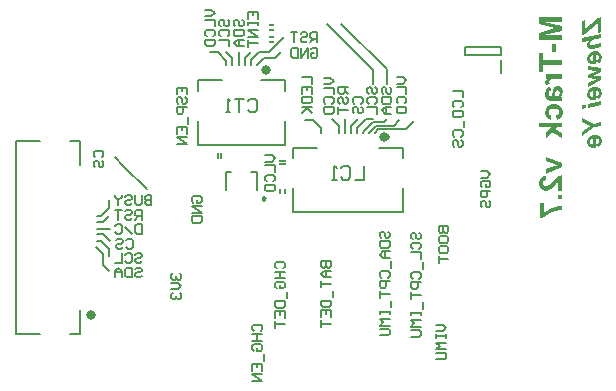
<source format=gbo>
G04*
G04 #@! TF.GenerationSoftware,Altium Limited,Altium Designer,20.2.6 (244)*
G04*
G04 Layer_Color=32896*
%FSLAX25Y25*%
%MOIN*%
G70*
G04*
G04 #@! TF.SameCoordinates,568CAEEB-50F0-44EC-8363-EC95FF72310B*
G04*
G04*
G04 #@! TF.FilePolarity,Positive*
G04*
G01*
G75*
%ADD11C,0.01968*%
%ADD13C,0.00984*%
%ADD15C,0.00787*%
%ADD17C,0.00100*%
%ADD18C,0.00700*%
G36*
X88443Y130324D02*
X87143D01*
Y130674D01*
X88443D01*
Y130324D01*
D02*
G37*
G36*
Y128774D02*
X87143D01*
X87143Y129124D01*
X88443D01*
X88443Y128774D01*
D02*
G37*
G36*
Y126351D02*
X87143D01*
Y126701D01*
X88443D01*
Y126351D01*
D02*
G37*
G36*
Y124801D02*
X87143D01*
X87143Y125151D01*
X88443D01*
X88443Y124801D01*
D02*
G37*
G36*
X71186Y85979D02*
X70836D01*
Y87779D01*
X71186D01*
Y85979D01*
D02*
G37*
G36*
X70236D02*
X69886D01*
Y87779D01*
X70236D01*
Y85979D01*
D02*
G37*
G36*
X92400Y85100D02*
X90600D01*
Y85450D01*
X92400D01*
Y85100D01*
D02*
G37*
G36*
Y84150D02*
X90600D01*
Y84500D01*
X92400D01*
Y84150D01*
D02*
G37*
G36*
X92450Y74450D02*
X92100Y74450D01*
Y75750D01*
X92450Y75750D01*
Y74450D01*
D02*
G37*
G36*
X90900D02*
X90550D01*
Y75750D01*
X90900D01*
Y74450D01*
D02*
G37*
G36*
X184973Y131560D02*
X178928D01*
X184973Y130045D01*
Y128552D01*
X178928Y127023D01*
X184973Y127015D01*
Y125575D01*
X177285D01*
Y127915D01*
X182535Y129288D01*
X177285Y130675D01*
Y133000D01*
X184973D01*
Y131560D01*
D02*
G37*
G36*
X182925Y121323D02*
X181455D01*
Y124217D01*
X182925D01*
Y121323D01*
D02*
G37*
G36*
X178583Y118720D02*
X184973D01*
Y117167D01*
X178583D01*
Y114895D01*
X177285D01*
Y121000D01*
X178583D01*
Y118720D01*
D02*
G37*
G36*
X184973Y112503D02*
X183255D01*
X183000D01*
X182767Y112495D01*
X182557Y112487D01*
X182362Y112480D01*
X182197Y112472D01*
X182040Y112465D01*
X181913Y112450D01*
X181792Y112443D01*
X181695Y112427D01*
X181613Y112420D01*
X181537Y112413D01*
X181485Y112398D01*
X181448Y112390D01*
X181418D01*
X181403Y112382D01*
X181395D01*
X181237Y112330D01*
X181110Y112277D01*
X180998Y112225D01*
X180915Y112165D01*
X180848Y112120D01*
X180803Y112083D01*
X180780Y112053D01*
X180772Y112045D01*
X180712Y111962D01*
X180675Y111872D01*
X180645Y111783D01*
X180622Y111700D01*
X180607Y111625D01*
X180600Y111573D01*
Y111520D01*
X180607Y111400D01*
X180638Y111273D01*
X180675Y111160D01*
X180720Y111047D01*
X180772Y110958D01*
X180810Y110882D01*
X180825Y110860D01*
X180840Y110837D01*
X180848Y110830D01*
Y110822D01*
X179565Y110365D01*
X179467Y110545D01*
X179400Y110717D01*
X179348Y110882D01*
X179317Y111032D01*
X179295Y111153D01*
X179288Y111213D01*
Y111258D01*
X179280Y111287D01*
Y111340D01*
X179288Y111468D01*
X179310Y111588D01*
X179340Y111700D01*
X179370Y111790D01*
X179400Y111865D01*
X179430Y111925D01*
X179453Y111962D01*
X179460Y111978D01*
X179498Y112030D01*
X179543Y112083D01*
X179648Y112195D01*
X179768Y112293D01*
X179895Y112390D01*
X180008Y112472D01*
X180060Y112510D01*
X180105Y112540D01*
X180142Y112563D01*
X180173Y112585D01*
X180187Y112592D01*
X180195Y112600D01*
X179400D01*
Y113972D01*
X184973D01*
Y112503D01*
D02*
G37*
G36*
X183585Y110110D02*
X183712Y110095D01*
X183833Y110073D01*
X183945Y110043D01*
X184043Y110005D01*
X184140Y109960D01*
X184230Y109915D01*
X184312Y109870D01*
X184388Y109825D01*
X184448Y109780D01*
X184508Y109735D01*
X184553Y109697D01*
X184590Y109668D01*
X184613Y109645D01*
X184627Y109630D01*
X184635Y109623D01*
X184718Y109525D01*
X184785Y109420D01*
X184853Y109315D01*
X184905Y109203D01*
X184950Y109090D01*
X184987Y108977D01*
X185040Y108760D01*
X185063Y108662D01*
X185078Y108572D01*
X185085Y108483D01*
X185092Y108415D01*
X185100Y108355D01*
Y108273D01*
X185092Y108092D01*
X185070Y107920D01*
X185040Y107763D01*
X185010Y107627D01*
X184980Y107508D01*
X184965Y107463D01*
X184950Y107425D01*
X184935Y107395D01*
X184927Y107372D01*
X184920Y107358D01*
Y107350D01*
X184845Y107193D01*
X184755Y107043D01*
X184665Y106907D01*
X184575Y106788D01*
X184500Y106683D01*
X184432Y106607D01*
X184410Y106578D01*
X184388Y106555D01*
X184380Y106547D01*
X184372Y106540D01*
X184388Y106533D01*
X184417Y106525D01*
X184470Y106510D01*
X184522Y106495D01*
X184537Y106488D01*
X184545D01*
X184643Y106457D01*
X184732Y106428D01*
X184808Y106405D01*
X184868Y106383D01*
X184913Y106368D01*
X184942Y106352D01*
X184965Y106345D01*
X184973D01*
Y104890D01*
X184822Y104957D01*
X184687Y105017D01*
X184560Y105062D01*
X184455Y105100D01*
X184358Y105130D01*
X184290Y105145D01*
X184245Y105160D01*
X184230D01*
X184162Y105175D01*
X184080Y105183D01*
X183915Y105198D01*
X183735Y105212D01*
X183555Y105220D01*
X183397D01*
X183330Y105227D01*
X183270D01*
X183218D01*
X183180D01*
X183158D01*
X183150D01*
X181425Y105205D01*
X181253D01*
X181095Y105212D01*
X180945Y105220D01*
X180817Y105235D01*
X180698Y105250D01*
X180585Y105272D01*
X180495Y105288D01*
X180405Y105303D01*
X180338Y105325D01*
X180278Y105340D01*
X180225Y105362D01*
X180180Y105377D01*
X180150Y105385D01*
X180128Y105400D01*
X180120Y105408D01*
X180113D01*
X179985Y105490D01*
X179865Y105595D01*
X179768Y105708D01*
X179677Y105820D01*
X179610Y105925D01*
X179565Y106008D01*
X179543Y106045D01*
X179527Y106068D01*
X179520Y106082D01*
Y106090D01*
X179475Y106187D01*
X179437Y106292D01*
X179377Y106518D01*
X179340Y106765D01*
X179310Y106998D01*
X179303Y107110D01*
X179295Y107215D01*
X179288Y107313D01*
X179280Y107387D01*
Y107553D01*
X179288Y107747D01*
X179295Y107935D01*
X179317Y108107D01*
X179340Y108265D01*
X179370Y108415D01*
X179400Y108550D01*
X179437Y108670D01*
X179475Y108782D01*
X179513Y108880D01*
X179550Y108963D01*
X179580Y109030D01*
X179610Y109090D01*
X179632Y109135D01*
X179655Y109172D01*
X179663Y109187D01*
X179670Y109195D01*
X179745Y109292D01*
X179835Y109382D01*
X180023Y109547D01*
X180218Y109683D01*
X180412Y109787D01*
X180502Y109833D01*
X180585Y109870D01*
X180667Y109900D01*
X180728Y109923D01*
X180788Y109945D01*
X180825Y109960D01*
X180855Y109968D01*
X180862D01*
X181103Y108633D01*
X180967Y108580D01*
X180855Y108520D01*
X180765Y108460D01*
X180690Y108407D01*
X180630Y108355D01*
X180593Y108317D01*
X180570Y108288D01*
X180562Y108280D01*
X180510Y108190D01*
X180473Y108092D01*
X180443Y107987D01*
X180428Y107890D01*
X180412Y107800D01*
X180405Y107732D01*
Y107560D01*
X180412Y107463D01*
X180420Y107372D01*
X180435Y107290D01*
X180450Y107222D01*
X180465Y107155D01*
X180495Y107050D01*
X180533Y106967D01*
X180562Y106915D01*
X180585Y106878D01*
X180593Y106870D01*
X180667Y106802D01*
X180765Y106750D01*
X180862Y106712D01*
X180960Y106683D01*
X181058Y106667D01*
X181132Y106660D01*
X181163D01*
X181177D01*
X181193D01*
X181200D01*
X181342D01*
X181372Y106743D01*
X181410Y106840D01*
X181440Y106945D01*
X181470Y107057D01*
X181537Y107290D01*
X181590Y107530D01*
X181613Y107642D01*
X181642Y107747D01*
X181658Y107845D01*
X181680Y107928D01*
X181687Y107995D01*
X181702Y108047D01*
X181710Y108078D01*
Y108092D01*
X181740Y108235D01*
X181763Y108362D01*
X181792Y108483D01*
X181823Y108595D01*
X181852Y108700D01*
X181883Y108798D01*
X181913Y108888D01*
X181935Y108963D01*
X181957Y109030D01*
X181980Y109098D01*
X182002Y109142D01*
X182018Y109187D01*
X182033Y109218D01*
X182047Y109240D01*
X182055Y109255D01*
Y109263D01*
X182138Y109405D01*
X182228Y109532D01*
X182317Y109637D01*
X182407Y109728D01*
X182490Y109802D01*
X182557Y109847D01*
X182603Y109885D01*
X182610Y109892D01*
X182617D01*
X182760Y109968D01*
X182903Y110020D01*
X183045Y110065D01*
X183173Y110088D01*
X183285Y110102D01*
X183337Y110110D01*
X183375D01*
X183413Y110117D01*
X183435D01*
X183450D01*
X183458D01*
X183585Y110110D01*
D02*
G37*
G36*
X182445Y104080D02*
X182677Y104058D01*
X182903Y104020D01*
X183105Y103975D01*
X183300Y103922D01*
X183473Y103863D01*
X183630Y103795D01*
X183780Y103727D01*
X183907Y103660D01*
X184020Y103593D01*
X184117Y103533D01*
X184193Y103480D01*
X184253Y103435D01*
X184298Y103398D01*
X184327Y103375D01*
X184335Y103367D01*
X184470Y103225D01*
X184590Y103075D01*
X184687Y102918D01*
X184777Y102752D01*
X184853Y102595D01*
X184913Y102430D01*
X184965Y102272D01*
X185003Y102122D01*
X185032Y101972D01*
X185063Y101845D01*
X185078Y101725D01*
X185085Y101620D01*
X185092Y101538D01*
X185100Y101470D01*
Y101418D01*
X185092Y101223D01*
X185078Y101035D01*
X185055Y100855D01*
X185018Y100690D01*
X184980Y100540D01*
X184942Y100398D01*
X184897Y100270D01*
X184845Y100150D01*
X184800Y100052D01*
X184755Y99955D01*
X184718Y99880D01*
X184672Y99813D01*
X184643Y99768D01*
X184620Y99730D01*
X184605Y99708D01*
X184598Y99700D01*
X184500Y99588D01*
X184388Y99483D01*
X184267Y99385D01*
X184148Y99295D01*
X184020Y99212D01*
X183893Y99145D01*
X183773Y99077D01*
X183652Y99025D01*
X183540Y98980D01*
X183435Y98935D01*
X183337Y98905D01*
X183255Y98875D01*
X183187Y98852D01*
X183135Y98838D01*
X183098Y98830D01*
X183090D01*
X182843Y100277D01*
X182948Y100300D01*
X183045Y100322D01*
X183135Y100353D01*
X183218Y100382D01*
X183360Y100450D01*
X183473Y100510D01*
X183563Y100570D01*
X183623Y100615D01*
X183652Y100645D01*
X183668Y100660D01*
X183742Y100765D01*
X183802Y100885D01*
X183840Y100997D01*
X183870Y101102D01*
X183885Y101200D01*
X183893Y101283D01*
X183900Y101312D01*
Y101350D01*
X183893Y101455D01*
X183885Y101552D01*
X183840Y101725D01*
X183773Y101883D01*
X183697Y102010D01*
X183623Y102115D01*
X183555Y102190D01*
X183533Y102213D01*
X183510Y102235D01*
X183502Y102243D01*
X183495Y102250D01*
X183413Y102310D01*
X183315Y102355D01*
X183218Y102400D01*
X183105Y102437D01*
X182872Y102497D01*
X182648Y102535D01*
X182535Y102550D01*
X182438Y102565D01*
X182340Y102573D01*
X182257D01*
X182197Y102580D01*
X182145D01*
X182107D01*
X182100D01*
X181935Y102573D01*
X181785Y102565D01*
X181650Y102550D01*
X181523Y102527D01*
X181410Y102505D01*
X181305Y102475D01*
X181208Y102445D01*
X181125Y102415D01*
X181058Y102385D01*
X180990Y102363D01*
X180938Y102332D01*
X180900Y102310D01*
X180862Y102287D01*
X180840Y102272D01*
X180833Y102258D01*
X180825D01*
X180757Y102190D01*
X180698Y102122D01*
X180645Y102055D01*
X180600Y101980D01*
X180533Y101830D01*
X180488Y101688D01*
X180465Y101567D01*
X180457Y101507D01*
X180450Y101462D01*
X180443Y101425D01*
Y101373D01*
X180450Y101223D01*
X180480Y101095D01*
X180510Y100975D01*
X180555Y100877D01*
X180593Y100803D01*
X180630Y100742D01*
X180660Y100713D01*
X180667Y100698D01*
X180757Y100608D01*
X180862Y100532D01*
X180967Y100472D01*
X181072Y100427D01*
X181170Y100398D01*
X181245Y100375D01*
X181275Y100367D01*
X181298Y100360D01*
X181313D01*
X181320D01*
X181058Y98905D01*
X180893Y98958D01*
X180743Y99018D01*
X180600Y99085D01*
X180473Y99152D01*
X180352Y99220D01*
X180240Y99295D01*
X180142Y99370D01*
X180052Y99437D01*
X179978Y99505D01*
X179910Y99565D01*
X179850Y99625D01*
X179805Y99677D01*
X179768Y99715D01*
X179745Y99745D01*
X179730Y99768D01*
X179722Y99775D01*
X179648Y99895D01*
X179572Y100015D01*
X179520Y100150D01*
X179467Y100277D01*
X179422Y100412D01*
X179385Y100548D01*
X179332Y100803D01*
X179317Y100923D01*
X179303Y101035D01*
X179295Y101133D01*
X179288Y101223D01*
X179280Y101290D01*
Y101388D01*
X179288Y101612D01*
X179310Y101830D01*
X179348Y102032D01*
X179400Y102220D01*
X179460Y102400D01*
X179527Y102558D01*
X179595Y102708D01*
X179663Y102842D01*
X179737Y102963D01*
X179805Y103068D01*
X179873Y103150D01*
X179932Y103225D01*
X179978Y103285D01*
X180023Y103323D01*
X180045Y103352D01*
X180052Y103360D01*
X180202Y103488D01*
X180368Y103600D01*
X180533Y103698D01*
X180712Y103780D01*
X180885Y103848D01*
X181065Y103908D01*
X181245Y103960D01*
X181410Y103998D01*
X181575Y104027D01*
X181718Y104050D01*
X181852Y104065D01*
X181973Y104072D01*
X182062Y104080D01*
X182138Y104087D01*
X182183D01*
X182190D01*
X182197D01*
X182445Y104080D01*
D02*
G37*
G36*
X184973Y96370D02*
X183195D01*
X182467Y95688D01*
X184973Y94285D01*
Y92695D01*
X181440Y94735D01*
X179400Y92830D01*
Y94645D01*
X181365Y96370D01*
X177285D01*
Y97840D01*
X184973D01*
Y96370D01*
D02*
G37*
G36*
Y84310D02*
Y82982D01*
X179400Y80770D01*
Y82285D01*
X182250Y83350D01*
X182422Y83410D01*
X182505Y83433D01*
X182572Y83463D01*
X182633Y83477D01*
X182677Y83492D01*
X182715Y83508D01*
X182722D01*
X182775Y83522D01*
X182843Y83545D01*
X182917Y83568D01*
X183000Y83590D01*
X183075Y83620D01*
X183135Y83635D01*
X183180Y83650D01*
X183187Y83657D01*
X183195D01*
X182250Y83965D01*
X179400Y85015D01*
Y86560D01*
X184973Y84310D01*
D02*
G37*
G36*
Y75220D02*
X183600D01*
Y78145D01*
X183458Y78055D01*
X183382Y78003D01*
X183323Y77957D01*
X183270Y77912D01*
X183232Y77882D01*
X183203Y77860D01*
X183195Y77852D01*
X183150Y77815D01*
X183098Y77763D01*
X183037Y77702D01*
X182970Y77635D01*
X182835Y77492D01*
X182693Y77342D01*
X182557Y77200D01*
X182505Y77132D01*
X182452Y77080D01*
X182407Y77035D01*
X182378Y76998D01*
X182355Y76975D01*
X182348Y76968D01*
X182228Y76840D01*
X182123Y76720D01*
X182018Y76615D01*
X181928Y76517D01*
X181837Y76428D01*
X181755Y76353D01*
X181680Y76278D01*
X181620Y76218D01*
X181560Y76165D01*
X181508Y76120D01*
X181463Y76082D01*
X181425Y76052D01*
X181403Y76030D01*
X181380Y76015D01*
X181372Y76000D01*
X181365D01*
X181177Y75858D01*
X180998Y75738D01*
X180833Y75633D01*
X180683Y75550D01*
X180562Y75490D01*
X180510Y75460D01*
X180473Y75445D01*
X180435Y75430D01*
X180412Y75415D01*
X180397Y75407D01*
X180390D01*
X180210Y75348D01*
X180037Y75302D01*
X179873Y75265D01*
X179715Y75243D01*
X179587Y75227D01*
X179535D01*
X179490Y75220D01*
X179453D01*
X179422D01*
X179408D01*
X179400D01*
X179235Y75227D01*
X179070Y75250D01*
X178920Y75280D01*
X178778Y75325D01*
X178642Y75370D01*
X178515Y75423D01*
X178395Y75482D01*
X178290Y75542D01*
X178200Y75610D01*
X178110Y75662D01*
X178042Y75722D01*
X177982Y75767D01*
X177930Y75813D01*
X177900Y75842D01*
X177877Y75865D01*
X177870Y75872D01*
X177765Y76000D01*
X177667Y76135D01*
X177585Y76278D01*
X177517Y76428D01*
X177457Y76578D01*
X177405Y76727D01*
X177367Y76870D01*
X177330Y77012D01*
X177307Y77140D01*
X177285Y77267D01*
X177270Y77372D01*
X177262Y77470D01*
Y77545D01*
X177255Y77605D01*
Y77658D01*
X177262Y77845D01*
X177278Y78032D01*
X177307Y78205D01*
X177338Y78370D01*
X177375Y78520D01*
X177420Y78663D01*
X177472Y78798D01*
X177517Y78917D01*
X177570Y79023D01*
X177622Y79120D01*
X177667Y79195D01*
X177705Y79263D01*
X177735Y79322D01*
X177765Y79360D01*
X177780Y79382D01*
X177787Y79390D01*
X177892Y79510D01*
X178013Y79623D01*
X178147Y79720D01*
X178282Y79810D01*
X178425Y79885D01*
X178575Y79953D01*
X178718Y80013D01*
X178860Y80058D01*
X178995Y80095D01*
X179122Y80133D01*
X179235Y80155D01*
X179340Y80177D01*
X179422Y80193D01*
X179482Y80200D01*
X179520Y80208D01*
X179535D01*
X179677Y78737D01*
X179565Y78730D01*
X179453Y78715D01*
X179355Y78693D01*
X179265Y78670D01*
X179183Y78648D01*
X179107Y78625D01*
X179040Y78595D01*
X178980Y78572D01*
X178883Y78520D01*
X178815Y78475D01*
X178778Y78445D01*
X178762Y78430D01*
X178665Y78317D01*
X178597Y78197D01*
X178545Y78078D01*
X178515Y77957D01*
X178492Y77852D01*
X178485Y77770D01*
X178478Y77740D01*
Y77695D01*
X178492Y77530D01*
X178523Y77387D01*
X178560Y77260D01*
X178612Y77155D01*
X178665Y77073D01*
X178702Y77012D01*
X178733Y76982D01*
X178747Y76968D01*
X178852Y76877D01*
X178980Y76810D01*
X179100Y76765D01*
X179227Y76727D01*
X179332Y76713D01*
X179422Y76705D01*
X179460Y76697D01*
X179482D01*
X179498D01*
X179505D01*
X179670Y76713D01*
X179835Y76743D01*
X179985Y76795D01*
X180120Y76847D01*
X180240Y76907D01*
X180285Y76930D01*
X180330Y76960D01*
X180360Y76975D01*
X180383Y76990D01*
X180397Y77005D01*
X180405D01*
X180473Y77057D01*
X180555Y77125D01*
X180645Y77200D01*
X180743Y77290D01*
X180840Y77387D01*
X180945Y77492D01*
X181155Y77702D01*
X181260Y77800D01*
X181350Y77898D01*
X181440Y77987D01*
X181515Y78070D01*
X181575Y78130D01*
X181628Y78183D01*
X181658Y78212D01*
X181665Y78228D01*
X181875Y78452D01*
X182070Y78655D01*
X182257Y78843D01*
X182438Y79008D01*
X182603Y79158D01*
X182753Y79293D01*
X182895Y79413D01*
X183015Y79518D01*
X183127Y79607D01*
X183225Y79690D01*
X183315Y79750D01*
X183382Y79803D01*
X183435Y79840D01*
X183480Y79862D01*
X183502Y79878D01*
X183510Y79885D01*
X183637Y79960D01*
X183773Y80028D01*
X184028Y80133D01*
X184275Y80222D01*
X184388Y80260D01*
X184500Y80290D01*
X184598Y80313D01*
X184695Y80335D01*
X184770Y80350D01*
X184837Y80357D01*
X184897Y80373D01*
X184935D01*
X184965Y80380D01*
X184973D01*
Y75220D01*
D02*
G37*
G36*
Y72445D02*
X183502D01*
Y73915D01*
X184973D01*
Y72445D01*
D02*
G37*
G36*
X178755Y67900D02*
X179002Y68088D01*
X179258Y68268D01*
X179513Y68440D01*
X179775Y68598D01*
X180023Y68740D01*
X180270Y68883D01*
X180510Y69002D01*
X180735Y69115D01*
X180938Y69220D01*
X181132Y69302D01*
X181298Y69385D01*
X181448Y69445D01*
X181508Y69468D01*
X181560Y69490D01*
X181613Y69512D01*
X181650Y69528D01*
X181680Y69542D01*
X181702Y69550D01*
X181718Y69557D01*
X181725D01*
X182033Y69670D01*
X182340Y69767D01*
X182640Y69850D01*
X182932Y69925D01*
X183210Y69985D01*
X183480Y70038D01*
X183735Y70082D01*
X183967Y70120D01*
X184185Y70143D01*
X184380Y70165D01*
X184553Y70187D01*
X184695Y70195D01*
X184763Y70202D01*
X184815D01*
X184860D01*
X184897Y70210D01*
X184935D01*
X184958D01*
X184965D01*
X184973D01*
Y68792D01*
X184777D01*
X184582Y68778D01*
X184185Y68748D01*
X183802Y68687D01*
X183615Y68657D01*
X183442Y68628D01*
X183277Y68598D01*
X183135Y68568D01*
X183000Y68537D01*
X182887Y68515D01*
X182798Y68493D01*
X182730Y68477D01*
X182685Y68463D01*
X182670D01*
X182190Y68320D01*
X181965Y68245D01*
X181740Y68170D01*
X181530Y68088D01*
X181327Y68005D01*
X181140Y67923D01*
X180960Y67848D01*
X180803Y67773D01*
X180660Y67705D01*
X180533Y67637D01*
X180428Y67585D01*
X180338Y67540D01*
X180278Y67510D01*
X180240Y67488D01*
X180225Y67480D01*
X180015Y67360D01*
X179820Y67240D01*
X179632Y67120D01*
X179460Y67007D01*
X179303Y66895D01*
X179160Y66790D01*
X179025Y66693D01*
X178905Y66602D01*
X178800Y66513D01*
X178710Y66438D01*
X178635Y66370D01*
X178568Y66310D01*
X178523Y66265D01*
X178485Y66235D01*
X178463Y66212D01*
X178455Y66205D01*
X177383D01*
Y71237D01*
X178755D01*
Y67900D01*
D02*
G37*
G36*
X197994Y128025D02*
X196925Y127800D01*
Y129456D01*
X196931Y129581D01*
Y130013D01*
X196938Y130100D01*
Y130625D01*
X196944Y130737D01*
Y130969D01*
X196950Y131025D01*
Y131163D01*
X192594Y127431D01*
X191587Y127237D01*
Y131862D01*
X192656Y132088D01*
Y129094D01*
X196981Y132788D01*
X197994Y133000D01*
Y128025D01*
D02*
G37*
G36*
Y126125D02*
X196156Y125744D01*
X196000Y125713D01*
X195862Y125681D01*
X195738Y125650D01*
X195625Y125625D01*
X195525Y125594D01*
X195438Y125575D01*
X195356Y125550D01*
X195294Y125531D01*
X195231Y125513D01*
X195187Y125500D01*
X195150Y125487D01*
X195119Y125475D01*
X195094Y125469D01*
X195081Y125462D01*
X195069Y125456D01*
X194919Y125375D01*
X194781Y125281D01*
X194656Y125181D01*
X194556Y125087D01*
X194469Y125006D01*
X194406Y124937D01*
X194387Y124913D01*
X194369Y124894D01*
X194362Y124881D01*
X194356Y124875D01*
X194281Y124762D01*
X194231Y124656D01*
X194194Y124550D01*
X194162Y124456D01*
X194150Y124375D01*
X194144Y124312D01*
X194138Y124287D01*
Y124256D01*
X194144Y124169D01*
X194162Y124088D01*
X194181Y124019D01*
X194206Y123962D01*
X194237Y123919D01*
X194256Y123888D01*
X194275Y123869D01*
X194281Y123863D01*
X194337Y123812D01*
X194400Y123775D01*
X194463Y123750D01*
X194525Y123731D01*
X194575Y123719D01*
X194619Y123713D01*
X194644D01*
X194656D01*
X194681D01*
X194719Y123719D01*
X194800Y123725D01*
X194894Y123744D01*
X194994Y123763D01*
X195081Y123781D01*
X195162Y123794D01*
X195187Y123800D01*
X195212Y123806D01*
X195225Y123812D01*
X195231D01*
X197994Y124406D01*
Y123156D01*
X195288Y122569D01*
X195181Y122544D01*
X195081Y122525D01*
X194987Y122512D01*
X194906Y122494D01*
X194825Y122481D01*
X194756Y122475D01*
X194694Y122462D01*
X194638Y122456D01*
X194588Y122450D01*
X194544Y122444D01*
X194506D01*
X194475Y122438D01*
X194456D01*
X194438D01*
X194425D01*
X194325Y122444D01*
X194237Y122450D01*
X194069Y122487D01*
X193919Y122544D01*
X193800Y122600D01*
X193744Y122631D01*
X193700Y122662D01*
X193663Y122694D01*
X193625Y122719D01*
X193600Y122738D01*
X193581Y122756D01*
X193575Y122763D01*
X193569Y122769D01*
X193512Y122831D01*
X193463Y122900D01*
X193419Y122975D01*
X193381Y123050D01*
X193325Y123200D01*
X193281Y123344D01*
X193263Y123469D01*
X193256Y123525D01*
X193250Y123575D01*
X193244Y123612D01*
Y123669D01*
X193250Y123825D01*
X193269Y123975D01*
X193294Y124106D01*
X193319Y124225D01*
X193344Y124325D01*
X193356Y124369D01*
X193369Y124406D01*
X193381Y124431D01*
X193387Y124450D01*
X193394Y124462D01*
Y124469D01*
X193456Y124606D01*
X193531Y124750D01*
X193606Y124881D01*
X193687Y125006D01*
X193756Y125106D01*
X193788Y125150D01*
X193813Y125188D01*
X193837Y125219D01*
X193856Y125244D01*
X193862Y125256D01*
X193869Y125262D01*
X191587Y124787D01*
Y126044D01*
X197994Y127375D01*
Y126125D01*
D02*
G37*
G36*
X196119Y121756D02*
X196294Y121738D01*
X196450Y121706D01*
X196600Y121669D01*
X196738Y121625D01*
X196869Y121581D01*
X196987Y121525D01*
X197094Y121469D01*
X197187Y121419D01*
X197275Y121362D01*
X197344Y121319D01*
X197406Y121269D01*
X197450Y121238D01*
X197487Y121206D01*
X197506Y121187D01*
X197512Y121181D01*
X197619Y121069D01*
X197706Y120944D01*
X197787Y120825D01*
X197850Y120694D01*
X197906Y120569D01*
X197956Y120438D01*
X197994Y120319D01*
X198025Y120200D01*
X198050Y120088D01*
X198069Y119981D01*
X198081Y119894D01*
X198088Y119813D01*
X198094Y119744D01*
X198100Y119700D01*
Y119656D01*
X198094Y119531D01*
X198088Y119406D01*
X198050Y119175D01*
X198019Y119069D01*
X197994Y118969D01*
X197962Y118875D01*
X197931Y118788D01*
X197900Y118706D01*
X197869Y118638D01*
X197837Y118575D01*
X197812Y118519D01*
X197794Y118481D01*
X197775Y118450D01*
X197769Y118431D01*
X197763Y118425D01*
X197694Y118325D01*
X197625Y118231D01*
X197462Y118056D01*
X197294Y117906D01*
X197213Y117838D01*
X197131Y117775D01*
X197050Y117725D01*
X196981Y117675D01*
X196919Y117638D01*
X196862Y117606D01*
X196812Y117575D01*
X196781Y117556D01*
X196756Y117550D01*
X196750Y117544D01*
X196563Y118669D01*
X196675Y118737D01*
X196775Y118813D01*
X196862Y118887D01*
X196938Y118969D01*
X196994Y119050D01*
X197050Y119131D01*
X197094Y119212D01*
X197125Y119288D01*
X197150Y119362D01*
X197175Y119431D01*
X197187Y119494D01*
X197194Y119544D01*
X197200Y119588D01*
X197206Y119625D01*
Y119650D01*
X197200Y119719D01*
X197194Y119788D01*
X197162Y119906D01*
X197119Y120019D01*
X197063Y120113D01*
X197012Y120187D01*
X196969Y120244D01*
X196938Y120281D01*
X196925Y120288D01*
Y120294D01*
X196812Y120381D01*
X196687Y120444D01*
X196569Y120494D01*
X196450Y120525D01*
X196344Y120544D01*
X196300Y120550D01*
X196256D01*
X196225Y120556D01*
X196200D01*
X196187D01*
X196181D01*
X196144D01*
X196106Y120550D01*
X196075D01*
X196063D01*
Y117406D01*
X195925Y117375D01*
X195781Y117356D01*
X195644Y117338D01*
X195519Y117331D01*
X195413Y117325D01*
X195362Y117319D01*
X195325D01*
X195294D01*
X195269D01*
X195256D01*
X195250D01*
X195075Y117325D01*
X194913Y117338D01*
X194763Y117362D01*
X194619Y117400D01*
X194488Y117438D01*
X194362Y117481D01*
X194256Y117525D01*
X194156Y117569D01*
X194069Y117619D01*
X193994Y117663D01*
X193925Y117706D01*
X193869Y117744D01*
X193831Y117775D01*
X193800Y117800D01*
X193781Y117819D01*
X193775Y117825D01*
X193681Y117925D01*
X193600Y118025D01*
X193531Y118138D01*
X193469Y118250D01*
X193419Y118362D01*
X193375Y118475D01*
X193338Y118581D01*
X193313Y118687D01*
X193288Y118794D01*
X193269Y118881D01*
X193263Y118969D01*
X193250Y119037D01*
Y119100D01*
X193244Y119144D01*
Y119181D01*
X193256Y119425D01*
X193288Y119656D01*
X193338Y119869D01*
X193400Y120069D01*
X193475Y120250D01*
X193562Y120419D01*
X193650Y120575D01*
X193744Y120712D01*
X193837Y120831D01*
X193931Y120938D01*
X194019Y121031D01*
X194094Y121106D01*
X194156Y121162D01*
X194206Y121206D01*
X194237Y121231D01*
X194250Y121238D01*
X194394Y121331D01*
X194537Y121413D01*
X194681Y121481D01*
X194831Y121544D01*
X194975Y121594D01*
X195113Y121631D01*
X195250Y121669D01*
X195375Y121694D01*
X195494Y121719D01*
X195606Y121738D01*
X195700Y121744D01*
X195781Y121756D01*
X195850D01*
X195900Y121763D01*
X195931D01*
X195944D01*
X196119Y121756D01*
D02*
G37*
G36*
X197994Y116087D02*
Y114925D01*
X195044Y113506D01*
X197994Y113281D01*
Y112106D01*
X193350Y109787D01*
Y111044D01*
X196463Y112481D01*
X193350Y112644D01*
Y113787D01*
X196463Y115231D01*
X193350Y115556D01*
Y116669D01*
X197994Y116087D01*
D02*
G37*
G36*
X196119Y109819D02*
X196294Y109800D01*
X196450Y109769D01*
X196600Y109731D01*
X196738Y109687D01*
X196869Y109644D01*
X196987Y109588D01*
X197094Y109531D01*
X197187Y109481D01*
X197275Y109425D01*
X197344Y109381D01*
X197406Y109331D01*
X197450Y109300D01*
X197487Y109269D01*
X197506Y109250D01*
X197512Y109244D01*
X197619Y109131D01*
X197706Y109006D01*
X197787Y108888D01*
X197850Y108756D01*
X197906Y108631D01*
X197956Y108500D01*
X197994Y108381D01*
X198025Y108263D01*
X198050Y108150D01*
X198069Y108044D01*
X198081Y107956D01*
X198088Y107875D01*
X198094Y107806D01*
X198100Y107763D01*
Y107719D01*
X198094Y107594D01*
X198088Y107469D01*
X198050Y107238D01*
X198019Y107131D01*
X197994Y107031D01*
X197962Y106938D01*
X197931Y106850D01*
X197900Y106769D01*
X197869Y106700D01*
X197837Y106638D01*
X197812Y106581D01*
X197794Y106544D01*
X197775Y106512D01*
X197769Y106494D01*
X197763Y106488D01*
X197694Y106387D01*
X197625Y106294D01*
X197462Y106119D01*
X197294Y105969D01*
X197213Y105900D01*
X197131Y105838D01*
X197050Y105788D01*
X196981Y105737D01*
X196919Y105700D01*
X196862Y105669D01*
X196812Y105638D01*
X196781Y105619D01*
X196756Y105613D01*
X196750Y105606D01*
X196563Y106731D01*
X196675Y106800D01*
X196775Y106875D01*
X196862Y106950D01*
X196938Y107031D01*
X196994Y107113D01*
X197050Y107194D01*
X197094Y107275D01*
X197125Y107350D01*
X197150Y107425D01*
X197175Y107494D01*
X197187Y107556D01*
X197194Y107606D01*
X197200Y107650D01*
X197206Y107687D01*
Y107712D01*
X197200Y107781D01*
X197194Y107850D01*
X197162Y107969D01*
X197119Y108081D01*
X197063Y108175D01*
X197012Y108250D01*
X196969Y108306D01*
X196938Y108344D01*
X196925Y108350D01*
Y108356D01*
X196812Y108444D01*
X196687Y108506D01*
X196569Y108556D01*
X196450Y108588D01*
X196344Y108606D01*
X196300Y108613D01*
X196256D01*
X196225Y108619D01*
X196200D01*
X196187D01*
X196181D01*
X196144D01*
X196106Y108613D01*
X196075D01*
X196063D01*
Y105469D01*
X195925Y105438D01*
X195781Y105419D01*
X195644Y105400D01*
X195519Y105394D01*
X195413Y105387D01*
X195362Y105381D01*
X195325D01*
X195294D01*
X195269D01*
X195256D01*
X195250D01*
X195075Y105387D01*
X194913Y105400D01*
X194763Y105425D01*
X194619Y105463D01*
X194488Y105500D01*
X194362Y105544D01*
X194256Y105587D01*
X194156Y105631D01*
X194069Y105681D01*
X193994Y105725D01*
X193925Y105769D01*
X193869Y105806D01*
X193831Y105838D01*
X193800Y105862D01*
X193781Y105881D01*
X193775Y105887D01*
X193681Y105988D01*
X193600Y106088D01*
X193531Y106200D01*
X193469Y106313D01*
X193419Y106425D01*
X193375Y106537D01*
X193338Y106644D01*
X193313Y106750D01*
X193288Y106856D01*
X193269Y106944D01*
X193263Y107031D01*
X193250Y107100D01*
Y107162D01*
X193244Y107206D01*
Y107244D01*
X193256Y107487D01*
X193288Y107719D01*
X193338Y107931D01*
X193400Y108131D01*
X193475Y108312D01*
X193562Y108481D01*
X193650Y108637D01*
X193744Y108775D01*
X193837Y108894D01*
X193931Y109000D01*
X194019Y109094D01*
X194094Y109169D01*
X194156Y109225D01*
X194206Y109269D01*
X194237Y109294D01*
X194250Y109300D01*
X194394Y109394D01*
X194537Y109475D01*
X194681Y109544D01*
X194831Y109606D01*
X194975Y109656D01*
X195113Y109694D01*
X195250Y109731D01*
X195375Y109756D01*
X195494Y109781D01*
X195606Y109800D01*
X195700Y109806D01*
X195781Y109819D01*
X195850D01*
X195900Y109825D01*
X195931D01*
X195944D01*
X196119Y109819D01*
D02*
G37*
G36*
X197994Y103762D02*
X193350Y102794D01*
Y104044D01*
X197994Y105013D01*
Y103762D01*
D02*
G37*
G36*
X192719Y102663D02*
X191587Y102425D01*
Y103681D01*
X192719Y103912D01*
Y102663D01*
D02*
G37*
G36*
X195500Y97600D02*
X197994Y98119D01*
Y96806D01*
X195625Y96312D01*
X191587Y93369D01*
Y94900D01*
X192887Y95806D01*
X193737Y96406D01*
X193856Y96487D01*
X193963Y96556D01*
X194069Y96619D01*
X194156Y96675D01*
X194231Y96719D01*
X194288Y96756D01*
X194325Y96775D01*
X194331Y96781D01*
X194337D01*
X194281Y96800D01*
X194212Y96825D01*
X194069Y96881D01*
X193912Y96944D01*
X193763Y97006D01*
X193687Y97038D01*
X193619Y97069D01*
X193556Y97094D01*
X193506Y97119D01*
X193463Y97137D01*
X193431Y97150D01*
X193406Y97156D01*
X193400Y97162D01*
X191587Y97956D01*
Y99362D01*
X195500Y97600D01*
D02*
G37*
G36*
X196119Y93900D02*
X196294Y93881D01*
X196450Y93850D01*
X196600Y93813D01*
X196738Y93769D01*
X196869Y93725D01*
X196987Y93669D01*
X197094Y93612D01*
X197187Y93563D01*
X197275Y93506D01*
X197344Y93463D01*
X197406Y93413D01*
X197450Y93381D01*
X197487Y93350D01*
X197506Y93331D01*
X197512Y93325D01*
X197619Y93212D01*
X197706Y93088D01*
X197787Y92969D01*
X197850Y92838D01*
X197906Y92712D01*
X197956Y92581D01*
X197994Y92462D01*
X198025Y92344D01*
X198050Y92231D01*
X198069Y92125D01*
X198081Y92037D01*
X198088Y91956D01*
X198094Y91887D01*
X198100Y91844D01*
Y91800D01*
X198094Y91675D01*
X198088Y91550D01*
X198050Y91319D01*
X198019Y91212D01*
X197994Y91113D01*
X197962Y91019D01*
X197931Y90931D01*
X197900Y90850D01*
X197869Y90781D01*
X197837Y90719D01*
X197812Y90662D01*
X197794Y90625D01*
X197775Y90594D01*
X197769Y90575D01*
X197763Y90569D01*
X197694Y90469D01*
X197625Y90375D01*
X197462Y90200D01*
X197294Y90050D01*
X197213Y89981D01*
X197131Y89919D01*
X197050Y89869D01*
X196981Y89819D01*
X196919Y89781D01*
X196862Y89750D01*
X196812Y89719D01*
X196781Y89700D01*
X196756Y89694D01*
X196750Y89688D01*
X196563Y90812D01*
X196675Y90881D01*
X196775Y90956D01*
X196862Y91031D01*
X196938Y91113D01*
X196994Y91194D01*
X197050Y91275D01*
X197094Y91356D01*
X197125Y91431D01*
X197150Y91506D01*
X197175Y91575D01*
X197187Y91637D01*
X197194Y91688D01*
X197200Y91731D01*
X197206Y91769D01*
Y91794D01*
X197200Y91862D01*
X197194Y91931D01*
X197162Y92050D01*
X197119Y92163D01*
X197063Y92256D01*
X197012Y92331D01*
X196969Y92387D01*
X196938Y92425D01*
X196925Y92431D01*
Y92437D01*
X196812Y92525D01*
X196687Y92588D01*
X196569Y92637D01*
X196450Y92669D01*
X196344Y92687D01*
X196300Y92694D01*
X196256D01*
X196225Y92700D01*
X196200D01*
X196187D01*
X196181D01*
X196144D01*
X196106Y92694D01*
X196075D01*
X196063D01*
Y89550D01*
X195925Y89519D01*
X195781Y89500D01*
X195644Y89481D01*
X195519Y89475D01*
X195413Y89469D01*
X195362Y89463D01*
X195325D01*
X195294D01*
X195269D01*
X195256D01*
X195250D01*
X195075Y89469D01*
X194913Y89481D01*
X194763Y89506D01*
X194619Y89544D01*
X194488Y89581D01*
X194362Y89625D01*
X194256Y89669D01*
X194156Y89713D01*
X194069Y89763D01*
X193994Y89806D01*
X193925Y89850D01*
X193869Y89887D01*
X193831Y89919D01*
X193800Y89944D01*
X193781Y89963D01*
X193775Y89969D01*
X193681Y90069D01*
X193600Y90169D01*
X193531Y90281D01*
X193469Y90394D01*
X193419Y90506D01*
X193375Y90619D01*
X193338Y90725D01*
X193313Y90831D01*
X193288Y90938D01*
X193269Y91025D01*
X193263Y91113D01*
X193250Y91181D01*
Y91244D01*
X193244Y91287D01*
Y91325D01*
X193256Y91569D01*
X193288Y91800D01*
X193338Y92013D01*
X193400Y92212D01*
X193475Y92394D01*
X193562Y92563D01*
X193650Y92719D01*
X193744Y92856D01*
X193837Y92975D01*
X193931Y93081D01*
X194019Y93175D01*
X194094Y93250D01*
X194156Y93306D01*
X194206Y93350D01*
X194237Y93375D01*
X194250Y93381D01*
X194394Y93475D01*
X194537Y93556D01*
X194681Y93625D01*
X194831Y93687D01*
X194975Y93738D01*
X195113Y93775D01*
X195250Y93813D01*
X195375Y93837D01*
X195494Y93862D01*
X195606Y93881D01*
X195700Y93888D01*
X195781Y93900D01*
X195850D01*
X195900Y93906D01*
X195931D01*
X195944D01*
X196119Y93900D01*
D02*
G37*
%LPC*%
G36*
X183323Y108648D02*
X183308D01*
X183195Y108633D01*
X183090Y108602D01*
X183008Y108557D01*
X182932Y108505D01*
X182872Y108452D01*
X182827Y108407D01*
X182798Y108378D01*
X182790Y108362D01*
X182767Y108325D01*
X182745Y108273D01*
X182693Y108160D01*
X182655Y108025D01*
X182617Y107890D01*
X182580Y107763D01*
X182565Y107710D01*
X182557Y107658D01*
X182550Y107620D01*
X182543Y107590D01*
X182535Y107568D01*
Y107560D01*
X182512Y107448D01*
X182483Y107343D01*
X182460Y107245D01*
X182445Y107162D01*
X182400Y107005D01*
X182370Y106878D01*
X182340Y106780D01*
X182317Y106712D01*
X182310Y106675D01*
X182302Y106660D01*
X182603D01*
X182700D01*
X182782D01*
X182932Y106667D01*
X183060Y106675D01*
X183158Y106690D01*
X183225Y106697D01*
X183277Y106712D01*
X183308Y106720D01*
X183315D01*
X183420Y106757D01*
X183518Y106810D01*
X183600Y106870D01*
X183675Y106930D01*
X183728Y106983D01*
X183773Y107027D01*
X183802Y107057D01*
X183810Y107072D01*
X183893Y107208D01*
X183960Y107343D01*
X184005Y107470D01*
X184035Y107582D01*
X184050Y107687D01*
X184057Y107763D01*
X184065Y107792D01*
Y107830D01*
X184057Y107957D01*
X184028Y108078D01*
X183990Y108175D01*
X183952Y108257D01*
X183907Y108333D01*
X183878Y108378D01*
X183847Y108415D01*
X183840Y108423D01*
X183750Y108498D01*
X183660Y108550D01*
X183570Y108595D01*
X183487Y108617D01*
X183420Y108633D01*
X183360Y108640D01*
X183323Y108648D01*
D02*
G37*
G36*
X195300Y120425D02*
X195194Y120400D01*
X195100Y120375D01*
X195006Y120350D01*
X194925Y120312D01*
X194850Y120281D01*
X194775Y120250D01*
X194712Y120212D01*
X194656Y120181D01*
X194606Y120144D01*
X194562Y120113D01*
X194525Y120088D01*
X194494Y120062D01*
X194469Y120044D01*
X194450Y120025D01*
X194444Y120019D01*
X194438Y120012D01*
X194387Y119950D01*
X194337Y119894D01*
X194263Y119769D01*
X194212Y119656D01*
X194175Y119544D01*
X194150Y119450D01*
X194144Y119413D01*
Y119375D01*
X194138Y119350D01*
Y119313D01*
X194150Y119175D01*
X194181Y119050D01*
X194219Y118944D01*
X194269Y118856D01*
X194319Y118788D01*
X194356Y118737D01*
X194387Y118706D01*
X194400Y118694D01*
X194506Y118619D01*
X194631Y118562D01*
X194756Y118519D01*
X194881Y118494D01*
X195000Y118475D01*
X195044Y118469D01*
X195088D01*
X195125Y118463D01*
X195150D01*
X195169D01*
X195175D01*
X195212D01*
X195256D01*
X195288D01*
X195294D01*
X195300D01*
Y120425D01*
D02*
G37*
G36*
Y108487D02*
X195194Y108463D01*
X195100Y108438D01*
X195006Y108413D01*
X194925Y108375D01*
X194850Y108344D01*
X194775Y108312D01*
X194712Y108275D01*
X194656Y108244D01*
X194606Y108206D01*
X194562Y108175D01*
X194525Y108150D01*
X194494Y108125D01*
X194469Y108106D01*
X194450Y108088D01*
X194444Y108081D01*
X194438Y108075D01*
X194387Y108012D01*
X194337Y107956D01*
X194263Y107831D01*
X194212Y107719D01*
X194175Y107606D01*
X194150Y107512D01*
X194144Y107475D01*
Y107438D01*
X194138Y107413D01*
Y107375D01*
X194150Y107238D01*
X194181Y107113D01*
X194219Y107006D01*
X194269Y106919D01*
X194319Y106850D01*
X194356Y106800D01*
X194387Y106769D01*
X194400Y106756D01*
X194506Y106681D01*
X194631Y106625D01*
X194756Y106581D01*
X194881Y106556D01*
X195000Y106537D01*
X195044Y106531D01*
X195088D01*
X195125Y106525D01*
X195150D01*
X195169D01*
X195175D01*
X195212D01*
X195256D01*
X195288D01*
X195294D01*
X195300D01*
Y108487D01*
D02*
G37*
G36*
Y92569D02*
X195194Y92544D01*
X195100Y92519D01*
X195006Y92494D01*
X194925Y92456D01*
X194850Y92425D01*
X194775Y92394D01*
X194712Y92356D01*
X194656Y92325D01*
X194606Y92287D01*
X194562Y92256D01*
X194525Y92231D01*
X194494Y92206D01*
X194469Y92188D01*
X194450Y92169D01*
X194444Y92163D01*
X194438Y92156D01*
X194387Y92094D01*
X194337Y92037D01*
X194263Y91913D01*
X194212Y91800D01*
X194175Y91688D01*
X194150Y91594D01*
X194144Y91556D01*
Y91519D01*
X194138Y91494D01*
Y91456D01*
X194150Y91319D01*
X194181Y91194D01*
X194219Y91088D01*
X194269Y91000D01*
X194319Y90931D01*
X194356Y90881D01*
X194387Y90850D01*
X194400Y90838D01*
X194506Y90763D01*
X194631Y90706D01*
X194756Y90662D01*
X194881Y90637D01*
X195000Y90619D01*
X195044Y90613D01*
X195088D01*
X195125Y90606D01*
X195150D01*
X195169D01*
X195175D01*
X195212D01*
X195256D01*
X195288D01*
X195294D01*
X195300D01*
Y92569D01*
D02*
G37*
%LPD*%
D11*
X28507Y33741D02*
X27800Y34448D01*
X27093Y33741D01*
X27800Y33034D01*
X28507Y33741D01*
X86979Y115500D02*
X86272Y116207D01*
X85565Y115500D01*
X86272Y114793D01*
X86979Y115500D01*
X126345Y93000D02*
X125638Y93707D01*
X124931Y93000D01*
X125638Y92293D01*
X126345Y93000D01*
D13*
X85920Y72661D02*
X85182Y73087D01*
Y72235D01*
X85920Y72661D01*
D15*
X164406Y114418D02*
Y118946D01*
X152594Y120324D02*
X164406D01*
X152594D02*
Y123276D01*
X164406D01*
Y120324D02*
Y123276D01*
X2800Y27515D02*
Y91885D01*
X20800Y27515D02*
X24300D01*
Y35515D01*
X2800Y27515D02*
X10800D01*
X2800Y91885D02*
X10800D01*
X20800D02*
X24300D01*
Y83885D02*
Y91885D01*
X92498Y108500D02*
Y112000D01*
X84498D02*
X92498D01*
Y90500D02*
Y98500D01*
X63561Y90500D02*
X92498D01*
X63561D02*
Y98500D01*
Y108500D02*
Y112000D01*
X71561D01*
X72818Y81287D02*
X74590D01*
X81283D02*
X83054D01*
X72818Y75480D02*
Y81287D01*
X83054Y75480D02*
Y81287D01*
X95053Y89500D02*
X103053D01*
X95053Y86000D02*
Y89500D01*
Y68000D02*
Y76000D01*
Y68000D02*
X131864D01*
Y76000D01*
X123864Y89500D02*
X131864D01*
Y86000D02*
Y89500D01*
D17*
X87143Y128774D02*
X88443D01*
X88443Y129124D02*
X88443Y128774D01*
X87143Y129124D02*
X88443D01*
X87143Y128774D02*
X87143Y129124D01*
X88443Y130324D02*
Y130674D01*
X87143Y130324D02*
X88443D01*
X87143D02*
Y130674D01*
X88443D01*
X87143Y124801D02*
X88443D01*
X88443Y125151D02*
X88443Y124801D01*
X87143Y125151D02*
X88443D01*
X87143Y124801D02*
X87143Y125151D01*
X88443Y126351D02*
Y126701D01*
X87143Y126351D02*
X88443D01*
X87143D02*
Y126701D01*
X88443D01*
X69886Y85979D02*
X70236D01*
X69886Y87779D02*
X70236D01*
Y85979D02*
Y87779D01*
X69886Y85979D02*
Y87779D01*
X71186Y85979D02*
Y87779D01*
X70836Y85979D02*
Y87779D01*
Y85979D02*
X71186D01*
X70836Y87779D02*
X71186D01*
X90600Y85100D02*
Y85450D01*
X92400Y85100D02*
Y85450D01*
X90600Y85100D02*
X92400D01*
X90600Y85450D02*
X92400D01*
X90600Y84150D02*
X92400D01*
X90600Y84500D02*
X92400D01*
X90600Y84150D02*
Y84500D01*
X92400Y84150D02*
Y84500D01*
X90550Y74450D02*
Y75750D01*
Y74450D02*
X90900D01*
Y75750D01*
X90550D02*
X90900D01*
X92100Y74450D02*
X92450Y74450D01*
X92100Y74450D02*
Y75750D01*
X92450Y75750D01*
Y74450D02*
Y75750D01*
D18*
X35700Y86500D02*
X39000Y83200D01*
X126345Y110898D02*
Y115796D01*
X121782Y110898D02*
Y115416D01*
X87149Y121400D02*
X92100Y126351D01*
X39000Y83167D02*
X46363Y75804D01*
X39000Y83167D02*
Y83200D01*
X111200Y130941D02*
X126345Y115796D01*
X106579Y130619D02*
X121782Y115416D01*
X116500Y94600D02*
Y96122D01*
X119382Y99004D01*
X118376Y94600D02*
X118723Y94947D01*
X121876Y98100D01*
X122400Y94600D02*
X123500Y95700D01*
X127600Y96919D02*
X128719D01*
X130600Y98800D01*
X132696Y95700D02*
X135496Y98500D01*
X123500Y95700D02*
X132696D01*
X122719Y96919D02*
X127600D01*
X120388Y94588D02*
X122719Y96919D01*
X84000Y121400D02*
X87149D01*
X81300Y118700D02*
X84000Y121400D01*
X79016Y117100D02*
Y119316D01*
X81300Y121600D01*
X77100Y117100D02*
Y121600D01*
X81300Y117100D02*
Y118700D01*
X85600Y119317D02*
X89117D01*
X83341Y117059D02*
X85600Y119317D01*
X74991Y117100D02*
Y119316D01*
X72907Y121400D02*
X74991Y119316D01*
X72907Y117100D02*
Y118600D01*
X70107Y121400D02*
X72907Y118600D01*
X67567Y121400D02*
X70107D01*
X89117Y119317D02*
X91200Y121400D01*
X119382Y99004D02*
X121782D01*
X114397Y94600D02*
Y96919D01*
X116682Y99204D01*
X112482D02*
X112500Y94600D01*
X121876Y98100D02*
X125678D01*
X110600Y94588D02*
Y96692D01*
X108288Y99004D02*
X110600Y96692D01*
X104600Y94600D02*
Y96100D01*
X101800Y98900D02*
X104600Y96100D01*
X99261Y98900D02*
X101800D01*
X125678Y98100D02*
X126582Y99004D01*
X31917Y50583D02*
X34000Y48500D01*
Y69593D02*
Y72132D01*
X31200Y66793D02*
X34000Y69593D01*
X29700Y66793D02*
X31200D01*
X31916Y64709D02*
X34000Y66793D01*
X29700Y64709D02*
X31916D01*
X29658Y56358D02*
X31917Y54100D01*
Y50583D02*
Y54100D01*
X29700Y58400D02*
X31300D01*
X29700Y62600D02*
X34200D01*
X31916Y60684D02*
X34200Y58400D01*
X29700Y60684D02*
X31916D01*
X31300Y58400D02*
X34000Y55700D01*
Y53300D02*
Y55700D01*
X39501Y58649D02*
X40051Y59199D01*
X41150D01*
X41700Y58649D01*
Y56450D01*
X41150Y55900D01*
X40051D01*
X39501Y56450D01*
X36202Y58649D02*
X36752Y59199D01*
X37851D01*
X38401Y58649D01*
Y58099D01*
X37851Y57550D01*
X36752D01*
X36202Y57000D01*
Y56450D01*
X36752Y55900D01*
X37851D01*
X38401Y56450D01*
X55151Y47800D02*
X54601Y47250D01*
Y46150D01*
X55151Y45601D01*
X55701D01*
X56251Y46150D01*
Y46700D01*
Y46150D01*
X56800Y45601D01*
X57350D01*
X57900Y46150D01*
Y47250D01*
X57350Y47800D01*
X54601Y44501D02*
X56800D01*
X57900Y43401D01*
X56800Y42302D01*
X54601D01*
X55151Y41202D02*
X54601Y40652D01*
Y39553D01*
X55151Y39003D01*
X55701D01*
X56251Y39553D01*
Y40102D01*
Y39553D01*
X56800Y39003D01*
X57350D01*
X57900Y39553D01*
Y40652D01*
X57350Y41202D01*
X89798Y49307D02*
X89248Y49857D01*
Y50957D01*
X89798Y51506D01*
X91997D01*
X92547Y50957D01*
Y49857D01*
X91997Y49307D01*
X89248Y48208D02*
X92547D01*
X90898D01*
Y46008D01*
X89248D01*
X92547D01*
X89798Y42709D02*
X89248Y43259D01*
Y44359D01*
X89798Y44909D01*
X91997D01*
X92547Y44359D01*
Y43259D01*
X91997Y42709D01*
X90898D01*
Y43809D01*
X93097Y41610D02*
Y39410D01*
X89248Y38311D02*
X92547D01*
Y36661D01*
X91997Y36111D01*
X89798D01*
X89248Y36661D01*
Y38311D01*
Y32812D02*
Y35012D01*
X92547D01*
Y32812D01*
X90898Y35012D02*
Y33912D01*
X89248Y31713D02*
Y29514D01*
Y30613D01*
X92547D01*
X85861Y87079D02*
X88060D01*
X89160Y85979D01*
X88060Y84880D01*
X85861D01*
Y83780D02*
X89160D01*
Y81581D01*
X86411Y78282D02*
X85861Y78831D01*
Y79931D01*
X86411Y80481D01*
X88610D01*
X89160Y79931D01*
Y78831D01*
X88610Y78282D01*
X85861Y77182D02*
X89160D01*
Y75533D01*
X88610Y74983D01*
X86411D01*
X85861Y75533D01*
Y77182D01*
X142985Y30600D02*
X145185D01*
X146284Y29500D01*
X145185Y28401D01*
X142985D01*
Y27301D02*
Y26201D01*
Y26751D01*
X146284D01*
Y27301D01*
Y26201D01*
Y24552D02*
X142985D01*
X144085Y23452D01*
X142985Y22353D01*
X146284D01*
X142985Y21253D02*
X145735D01*
X146284Y20703D01*
Y19604D01*
X145735Y19054D01*
X142985D01*
X101126Y122349D02*
X101676Y122899D01*
X102776D01*
X103325Y122349D01*
Y120150D01*
X102776Y119600D01*
X101676D01*
X101126Y120150D01*
Y121249D01*
X102226D01*
X100027Y119600D02*
Y122899D01*
X97827Y119600D01*
Y122899D01*
X96728D02*
Y119600D01*
X95078D01*
X94528Y120150D01*
Y122349D01*
X95078Y122899D01*
X96728D01*
X29251Y86301D02*
X28701Y86851D01*
Y87950D01*
X29251Y88500D01*
X31450D01*
X32000Y87950D01*
Y86851D01*
X31450Y86301D01*
X29251Y83002D02*
X28701Y83552D01*
Y84651D01*
X29251Y85201D01*
X29801D01*
X30351Y84651D01*
Y83552D01*
X30900Y83002D01*
X31450D01*
X32000Y83552D01*
Y84651D01*
X31450Y85201D01*
X148451Y108500D02*
X151750D01*
Y106301D01*
X149001Y103002D02*
X148451Y103552D01*
Y104651D01*
X149001Y105201D01*
X151200D01*
X151750Y104651D01*
Y103552D01*
X151200Y103002D01*
X148451Y101902D02*
X151750D01*
Y100253D01*
X151200Y99703D01*
X149001D01*
X148451Y100253D01*
Y101902D01*
X152300Y98603D02*
Y96404D01*
X149001Y93105D02*
X148451Y93655D01*
Y94754D01*
X149001Y95304D01*
X151200D01*
X151750Y94754D01*
Y93655D01*
X151200Y93105D01*
X149001Y89806D02*
X148451Y90356D01*
Y91456D01*
X149001Y92005D01*
X149551D01*
X150101Y91456D01*
Y90356D01*
X150651Y89806D01*
X151200D01*
X151750Y90356D01*
Y91456D01*
X151200Y92005D01*
X124601Y59403D02*
X124051Y59952D01*
Y61052D01*
X124601Y61602D01*
X125151D01*
X125701Y61052D01*
Y59952D01*
X126251Y59403D01*
X126800D01*
X127350Y59952D01*
Y61052D01*
X126800Y61602D01*
X124051Y58303D02*
X127350D01*
Y56653D01*
X126800Y56104D01*
X124601D01*
X124051Y56653D01*
Y58303D01*
X127350Y55004D02*
X125151D01*
X124051Y53904D01*
X125151Y52805D01*
X127350D01*
X125701D01*
Y55004D01*
X127900Y51705D02*
Y49506D01*
X124601Y46207D02*
X124051Y46757D01*
Y47856D01*
X124601Y48406D01*
X126800D01*
X127350Y47856D01*
Y46757D01*
X126800Y46207D01*
X127350Y45107D02*
X124051D01*
Y43458D01*
X124601Y42908D01*
X125701D01*
X126251Y43458D01*
Y45107D01*
X124051Y41808D02*
Y39609D01*
Y40709D01*
X127350D01*
X127900Y38509D02*
Y36310D01*
X124051Y35210D02*
Y34111D01*
Y34661D01*
X127350D01*
Y35210D01*
Y34111D01*
Y32461D02*
X124051D01*
X125151Y31362D01*
X124051Y30262D01*
X127350D01*
X124051Y29162D02*
X126800D01*
X127350Y28613D01*
Y27513D01*
X126800Y26963D01*
X124051D01*
X135068Y59038D02*
X134518Y59588D01*
Y60687D01*
X135068Y61237D01*
X135618D01*
X136168Y60687D01*
Y59588D01*
X136718Y59038D01*
X137267D01*
X137817Y59588D01*
Y60687D01*
X137267Y61237D01*
X135068Y55739D02*
X134518Y56289D01*
Y57388D01*
X135068Y57938D01*
X137267D01*
X137817Y57388D01*
Y56289D01*
X137267Y55739D01*
X134518Y54639D02*
X137817D01*
Y52440D01*
X138367Y51340D02*
Y49141D01*
X135068Y45842D02*
X134518Y46392D01*
Y47491D01*
X135068Y48041D01*
X137267D01*
X137817Y47491D01*
Y46392D01*
X137267Y45842D01*
X137817Y44742D02*
X134518D01*
Y43093D01*
X135068Y42543D01*
X136168D01*
X136718Y43093D01*
Y44742D01*
X134518Y41443D02*
Y39244D01*
Y40344D01*
X137817D01*
X138367Y38144D02*
Y35945D01*
X134518Y34846D02*
Y33746D01*
Y34296D01*
X137817D01*
Y34846D01*
Y33746D01*
Y32096D02*
X134518D01*
X135618Y30997D01*
X134518Y29897D01*
X137817D01*
X134518Y28798D02*
X137267D01*
X137817Y28248D01*
Y27148D01*
X137267Y26598D01*
X134518D01*
X61963Y71176D02*
X61413Y71726D01*
Y72826D01*
X61963Y73376D01*
X64162D01*
X64712Y72826D01*
Y71726D01*
X64162Y71176D01*
X63062D01*
Y72276D01*
X64712Y70077D02*
X61413D01*
X64712Y67878D01*
X61413D01*
Y66778D02*
X64712D01*
Y65128D01*
X64162Y64579D01*
X61963D01*
X61413Y65128D01*
Y66778D01*
X65801Y135500D02*
X68000D01*
X69100Y134400D01*
X68000Y133301D01*
X65801D01*
Y132201D02*
X69100D01*
Y130002D01*
X66351Y126703D02*
X65801Y127253D01*
Y128352D01*
X66351Y128902D01*
X68550D01*
X69100Y128352D01*
Y127253D01*
X68550Y126703D01*
X65801Y125603D02*
X69100D01*
Y123954D01*
X68550Y123404D01*
X66351D01*
X65801Y123954D01*
Y125603D01*
X71214Y130001D02*
X70664Y130551D01*
Y131650D01*
X71214Y132200D01*
X71764D01*
X72313Y131650D01*
Y130551D01*
X72863Y130001D01*
X73413D01*
X73963Y130551D01*
Y131650D01*
X73413Y132200D01*
X71214Y126702D02*
X70664Y127252D01*
Y128351D01*
X71214Y128901D01*
X73413D01*
X73963Y128351D01*
Y127252D01*
X73413Y126702D01*
X70664Y125602D02*
X73963D01*
Y123403D01*
X75951Y130001D02*
X75401Y130551D01*
Y131650D01*
X75951Y132200D01*
X76501D01*
X77051Y131650D01*
Y130551D01*
X77600Y130001D01*
X78150D01*
X78700Y130551D01*
Y131650D01*
X78150Y132200D01*
X75401Y128901D02*
X78700D01*
Y127252D01*
X78150Y126702D01*
X75951D01*
X75401Y127252D01*
Y128901D01*
X78700Y125602D02*
X76501D01*
X75401Y124503D01*
X76501Y123403D01*
X78700D01*
X77051D01*
Y125602D01*
X80301Y132601D02*
Y134800D01*
X83600D01*
Y132601D01*
X81950Y134800D02*
Y133700D01*
X80301Y131501D02*
Y130401D01*
Y130951D01*
X83600D01*
Y131501D01*
Y130401D01*
Y128752D02*
X80301D01*
X83600Y126553D01*
X80301D01*
Y125453D02*
Y123254D01*
Y124353D01*
X83600D01*
X103200Y124700D02*
Y127999D01*
X101550D01*
X101001Y127449D01*
Y126349D01*
X101550Y125800D01*
X103200D01*
X102100D02*
X101001Y124700D01*
X97702Y127449D02*
X98252Y127999D01*
X99351D01*
X99901Y127449D01*
Y126899D01*
X99351Y126349D01*
X98252D01*
X97702Y125800D01*
Y125250D01*
X98252Y124700D01*
X99351D01*
X99901Y125250D01*
X96602Y127999D02*
X94403D01*
X95503D01*
Y124700D01*
X98081Y113077D02*
X101380D01*
Y110878D01*
X98081Y107579D02*
Y109778D01*
X101380D01*
Y107579D01*
X99731Y109778D02*
Y108678D01*
X98081Y106479D02*
X101380D01*
Y104830D01*
X100830Y104280D01*
X98631D01*
X98081Y104830D01*
Y106479D01*
Y103180D02*
X101380D01*
X100281D01*
X98081Y100981D01*
X99731Y102630D01*
X101380Y100981D01*
X105401Y112900D02*
X107600D01*
X108700Y111800D01*
X107600Y110701D01*
X105401D01*
Y109601D02*
X108700D01*
Y107402D01*
X105951Y104103D02*
X105401Y104653D01*
Y105752D01*
X105951Y106302D01*
X108150D01*
X108700Y105752D01*
Y104653D01*
X108150Y104103D01*
X105401Y103003D02*
X108700D01*
Y101354D01*
X108150Y100804D01*
X105951D01*
X105401Y101354D01*
Y103003D01*
X129682Y113077D02*
X131882D01*
X132981Y111977D01*
X131882Y110878D01*
X129682D01*
Y109778D02*
X132981D01*
Y107579D01*
X130232Y104280D02*
X129682Y104830D01*
Y105929D01*
X130232Y106479D01*
X132431D01*
X132981Y105929D01*
Y104830D01*
X132431Y104280D01*
X129682Y103180D02*
X132981D01*
Y101531D01*
X132431Y100981D01*
X130232D01*
X129682Y101531D01*
Y103180D01*
X113481Y109677D02*
X110182D01*
Y108028D01*
X110732Y107478D01*
X111832D01*
X112382Y108028D01*
Y109677D01*
Y108577D02*
X113481Y107478D01*
X110732Y104179D02*
X110182Y104729D01*
Y105828D01*
X110732Y106378D01*
X111282D01*
X111832Y105828D01*
Y104729D01*
X112382Y104179D01*
X112932D01*
X113481Y104729D01*
Y105828D01*
X112932Y106378D01*
X110182Y103079D02*
Y100880D01*
Y101979D01*
X113481D01*
X115632Y104278D02*
X115082Y104828D01*
Y105927D01*
X115632Y106477D01*
X117832D01*
X118381Y105927D01*
Y104828D01*
X117832Y104278D01*
X115632Y100979D02*
X115082Y101529D01*
Y102628D01*
X115632Y103178D01*
X116182D01*
X116732Y102628D01*
Y101529D01*
X117282Y100979D01*
X117832D01*
X118381Y101529D01*
Y102628D01*
X117832Y103178D01*
X120432Y107478D02*
X119882Y108028D01*
Y109127D01*
X120432Y109677D01*
X120982D01*
X121532Y109127D01*
Y108028D01*
X122082Y107478D01*
X122632D01*
X123181Y108028D01*
Y109127D01*
X122632Y109677D01*
X120432Y104179D02*
X119882Y104729D01*
Y105828D01*
X120432Y106378D01*
X122632D01*
X123181Y105828D01*
Y104729D01*
X122632Y104179D01*
X119882Y103079D02*
X123181D01*
Y100880D01*
X125232Y107478D02*
X124682Y108028D01*
Y109127D01*
X125232Y109677D01*
X125782D01*
X126332Y109127D01*
Y108028D01*
X126882Y107478D01*
X127431D01*
X127981Y108028D01*
Y109127D01*
X127431Y109677D01*
X124682Y106378D02*
X127981D01*
Y104729D01*
X127431Y104179D01*
X125232D01*
X124682Y104729D01*
Y106378D01*
X127981Y103079D02*
X125782D01*
X124682Y101979D01*
X125782Y100880D01*
X127981D01*
X126332D01*
Y103079D01*
X42501Y49049D02*
X43051Y49599D01*
X44150D01*
X44700Y49049D01*
Y48499D01*
X44150Y47949D01*
X43051D01*
X42501Y47400D01*
Y46850D01*
X43051Y46300D01*
X44150D01*
X44700Y46850D01*
X41401Y49599D02*
Y46300D01*
X39752D01*
X39202Y46850D01*
Y49049D01*
X39752Y49599D01*
X41401D01*
X38102Y46300D02*
Y48499D01*
X37003Y49599D01*
X35903Y48499D01*
Y46300D01*
Y47949D01*
X38102D01*
X42501Y53849D02*
X43051Y54399D01*
X44150D01*
X44700Y53849D01*
Y53299D01*
X44150Y52750D01*
X43051D01*
X42501Y52200D01*
Y51650D01*
X43051Y51100D01*
X44150D01*
X44700Y51650D01*
X39202Y53849D02*
X39752Y54399D01*
X40851D01*
X41401Y53849D01*
Y51650D01*
X40851Y51100D01*
X39752D01*
X39202Y51650D01*
X38102Y54399D02*
Y51100D01*
X35903D01*
X44700Y64099D02*
Y60800D01*
X43051D01*
X42501Y61350D01*
Y63549D01*
X43051Y64099D01*
X44700D01*
X41401Y60800D02*
X39202Y62999D01*
X35903Y63549D02*
X36453Y64099D01*
X37552D01*
X38102Y63549D01*
Y61350D01*
X37552Y60800D01*
X36453D01*
X35903Y61350D01*
X44700Y65537D02*
Y68836D01*
X43051D01*
X42501Y68286D01*
Y67186D01*
X43051Y66637D01*
X44700D01*
X43600D02*
X42501Y65537D01*
X39202Y68286D02*
X39752Y68836D01*
X40851D01*
X41401Y68286D01*
Y67736D01*
X40851Y67186D01*
X39752D01*
X39202Y66637D01*
Y66087D01*
X39752Y65537D01*
X40851D01*
X41401Y66087D01*
X38102Y68836D02*
X35903D01*
X37003D01*
Y65537D01*
X48000Y73699D02*
Y70400D01*
X46350D01*
X45801Y70950D01*
Y71500D01*
X46350Y72049D01*
X48000D01*
X46350D01*
X45801Y72599D01*
Y73149D01*
X46350Y73699D01*
X48000D01*
X44701D02*
Y70950D01*
X44151Y70400D01*
X43052D01*
X42502Y70950D01*
Y73699D01*
X39203Y73149D02*
X39753Y73699D01*
X40852D01*
X41402Y73149D01*
Y72599D01*
X40852Y72049D01*
X39753D01*
X39203Y71500D01*
Y70950D01*
X39753Y70400D01*
X40852D01*
X41402Y70950D01*
X38103Y73699D02*
Y73149D01*
X37004Y72049D01*
X35904Y73149D01*
Y73699D01*
X37004Y72049D02*
Y70400D01*
X56451Y107401D02*
Y109600D01*
X59750D01*
Y107401D01*
X58101Y109600D02*
Y108500D01*
X57001Y104102D02*
X56451Y104652D01*
Y105751D01*
X57001Y106301D01*
X57551D01*
X58101Y105751D01*
Y104652D01*
X58650Y104102D01*
X59200D01*
X59750Y104652D01*
Y105751D01*
X59200Y106301D01*
X59750Y103002D02*
X56451D01*
Y101353D01*
X57001Y100803D01*
X58101D01*
X58650Y101353D01*
Y103002D01*
X60300Y99703D02*
Y97504D01*
X56451Y94205D02*
Y96404D01*
X59750D01*
Y94205D01*
X58101Y96404D02*
Y95305D01*
X59750Y93105D02*
X56451D01*
X59750Y90906D01*
X56451D01*
X143685Y63302D02*
X146984D01*
Y61652D01*
X146434Y61103D01*
X145885D01*
X145335Y61652D01*
Y63302D01*
Y61652D01*
X144785Y61103D01*
X144235D01*
X143685Y61652D01*
Y63302D01*
Y58354D02*
Y59453D01*
X144235Y60003D01*
X146434D01*
X146984Y59453D01*
Y58354D01*
X146434Y57804D01*
X144235D01*
X143685Y58354D01*
Y55055D02*
Y56154D01*
X144235Y56704D01*
X146434D01*
X146984Y56154D01*
Y55055D01*
X146434Y54505D01*
X144235D01*
X143685Y55055D01*
Y53405D02*
Y51206D01*
Y52306D01*
X146984D01*
X157701Y81800D02*
X159900D01*
X161000Y80700D01*
X159900Y79601D01*
X157701D01*
X158251Y76302D02*
X157701Y76852D01*
Y77951D01*
X158251Y78501D01*
X160450D01*
X161000Y77951D01*
Y76852D01*
X160450Y76302D01*
X159351D01*
Y77401D01*
X161000Y75202D02*
X157701D01*
Y73553D01*
X158251Y73003D01*
X159351D01*
X159900Y73553D01*
Y75202D01*
X158251Y69704D02*
X157701Y70254D01*
Y71353D01*
X158251Y71903D01*
X158801D01*
X159351Y71353D01*
Y70254D01*
X159900Y69704D01*
X160450D01*
X161000Y70254D01*
Y71353D01*
X160450Y71903D01*
X82201Y28401D02*
X81651Y28951D01*
Y30050D01*
X82201Y30600D01*
X84400D01*
X84950Y30050D01*
Y28951D01*
X84400Y28401D01*
X81651Y27301D02*
X84950D01*
X83301D01*
Y25102D01*
X81651D01*
X84950D01*
X82201Y21803D02*
X81651Y22353D01*
Y23452D01*
X82201Y24002D01*
X84400D01*
X84950Y23452D01*
Y22353D01*
X84400Y21803D01*
X83301D01*
Y22903D01*
X85500Y20703D02*
Y18504D01*
X81651Y15205D02*
Y17404D01*
X84950D01*
Y15205D01*
X83301Y17404D02*
Y16305D01*
X84950Y14105D02*
X81651D01*
X84950Y11906D01*
X81651D01*
X104551Y51800D02*
X107850D01*
Y50151D01*
X107300Y49601D01*
X106751D01*
X106201Y50151D01*
Y51800D01*
Y50151D01*
X105651Y49601D01*
X105101D01*
X104551Y50151D01*
Y51800D01*
X107850Y48501D02*
X105651D01*
X104551Y47401D01*
X105651Y46302D01*
X107850D01*
X106201D01*
Y48501D01*
X104551Y45202D02*
Y43003D01*
Y44102D01*
X107850D01*
X108400Y41903D02*
Y39704D01*
X104551Y38604D02*
X107850D01*
Y36955D01*
X107300Y36405D01*
X105101D01*
X104551Y36955D01*
Y38604D01*
Y33106D02*
Y35305D01*
X107850D01*
Y33106D01*
X106201Y35305D02*
Y34206D01*
X104551Y32006D02*
Y29807D01*
Y30907D01*
X107850D01*
X118729Y83399D02*
Y78900D01*
X115730D01*
X111232Y82649D02*
X111981Y83399D01*
X113481D01*
X114231Y82649D01*
Y79650D01*
X113481Y78900D01*
X111981D01*
X111232Y79650D01*
X109732Y78900D02*
X108232D01*
X108982D01*
Y83399D01*
X109732Y82649D01*
X80230Y105149D02*
X80980Y105899D01*
X82479D01*
X83229Y105149D01*
Y102150D01*
X82479Y101400D01*
X80980D01*
X80230Y102150D01*
X78731Y105899D02*
X75731D01*
X77231D01*
Y101400D01*
X74232D02*
X72733D01*
X73482D01*
Y105899D01*
X74232Y105149D01*
M02*

</source>
